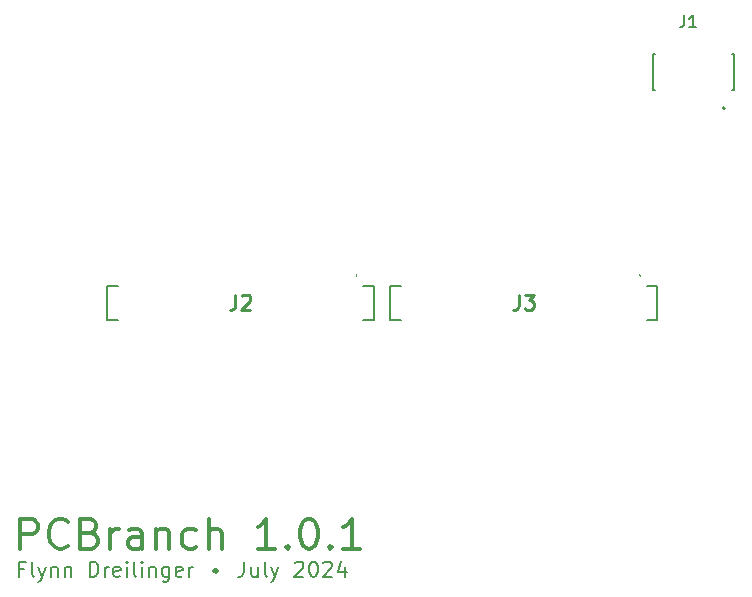
<source format=gbr>
%TF.GenerationSoftware,KiCad,Pcbnew,8.0.4*%
%TF.CreationDate,2024-07-26T01:58:29-07:00*%
%TF.ProjectId,PCBranch,50434272-616e-4636-982e-6b696361645f,rev?*%
%TF.SameCoordinates,Original*%
%TF.FileFunction,Legend,Top*%
%TF.FilePolarity,Positive*%
%FSLAX46Y46*%
G04 Gerber Fmt 4.6, Leading zero omitted, Abs format (unit mm)*
G04 Created by KiCad (PCBNEW 8.0.4) date 2024-07-26 01:58:29*
%MOMM*%
%LPD*%
G01*
G04 APERTURE LIST*
%ADD10C,0.200000*%
%ADD11C,0.300000*%
%ADD12C,0.254000*%
%ADD13C,0.150000*%
%ADD14C,0.100000*%
G04 APERTURE END LIST*
D10*
X14777292Y-78508938D02*
X14353958Y-78508938D01*
X14353958Y-79174176D02*
X14353958Y-77904176D01*
X14353958Y-77904176D02*
X14958720Y-77904176D01*
X15623958Y-79174176D02*
X15503006Y-79113700D01*
X15503006Y-79113700D02*
X15442529Y-78992747D01*
X15442529Y-78992747D02*
X15442529Y-77904176D01*
X15986815Y-78327509D02*
X16289196Y-79174176D01*
X16591577Y-78327509D02*
X16289196Y-79174176D01*
X16289196Y-79174176D02*
X16168244Y-79476557D01*
X16168244Y-79476557D02*
X16107767Y-79537033D01*
X16107767Y-79537033D02*
X15986815Y-79597509D01*
X17075386Y-78327509D02*
X17075386Y-79174176D01*
X17075386Y-78448461D02*
X17135863Y-78387985D01*
X17135863Y-78387985D02*
X17256815Y-78327509D01*
X17256815Y-78327509D02*
X17438244Y-78327509D01*
X17438244Y-78327509D02*
X17559196Y-78387985D01*
X17559196Y-78387985D02*
X17619672Y-78508938D01*
X17619672Y-78508938D02*
X17619672Y-79174176D01*
X18224434Y-78327509D02*
X18224434Y-79174176D01*
X18224434Y-78448461D02*
X18284911Y-78387985D01*
X18284911Y-78387985D02*
X18405863Y-78327509D01*
X18405863Y-78327509D02*
X18587292Y-78327509D01*
X18587292Y-78327509D02*
X18708244Y-78387985D01*
X18708244Y-78387985D02*
X18768720Y-78508938D01*
X18768720Y-78508938D02*
X18768720Y-79174176D01*
X20341101Y-79174176D02*
X20341101Y-77904176D01*
X20341101Y-77904176D02*
X20643482Y-77904176D01*
X20643482Y-77904176D02*
X20824911Y-77964652D01*
X20824911Y-77964652D02*
X20945863Y-78085604D01*
X20945863Y-78085604D02*
X21006340Y-78206557D01*
X21006340Y-78206557D02*
X21066816Y-78448461D01*
X21066816Y-78448461D02*
X21066816Y-78629890D01*
X21066816Y-78629890D02*
X21006340Y-78871795D01*
X21006340Y-78871795D02*
X20945863Y-78992747D01*
X20945863Y-78992747D02*
X20824911Y-79113700D01*
X20824911Y-79113700D02*
X20643482Y-79174176D01*
X20643482Y-79174176D02*
X20341101Y-79174176D01*
X21611101Y-79174176D02*
X21611101Y-78327509D01*
X21611101Y-78569414D02*
X21671578Y-78448461D01*
X21671578Y-78448461D02*
X21732054Y-78387985D01*
X21732054Y-78387985D02*
X21853006Y-78327509D01*
X21853006Y-78327509D02*
X21973959Y-78327509D01*
X22881101Y-79113700D02*
X22760149Y-79174176D01*
X22760149Y-79174176D02*
X22518244Y-79174176D01*
X22518244Y-79174176D02*
X22397291Y-79113700D01*
X22397291Y-79113700D02*
X22336815Y-78992747D01*
X22336815Y-78992747D02*
X22336815Y-78508938D01*
X22336815Y-78508938D02*
X22397291Y-78387985D01*
X22397291Y-78387985D02*
X22518244Y-78327509D01*
X22518244Y-78327509D02*
X22760149Y-78327509D01*
X22760149Y-78327509D02*
X22881101Y-78387985D01*
X22881101Y-78387985D02*
X22941577Y-78508938D01*
X22941577Y-78508938D02*
X22941577Y-78629890D01*
X22941577Y-78629890D02*
X22336815Y-78750842D01*
X23485862Y-79174176D02*
X23485862Y-78327509D01*
X23485862Y-77904176D02*
X23425386Y-77964652D01*
X23425386Y-77964652D02*
X23485862Y-78025128D01*
X23485862Y-78025128D02*
X23546339Y-77964652D01*
X23546339Y-77964652D02*
X23485862Y-77904176D01*
X23485862Y-77904176D02*
X23485862Y-78025128D01*
X24272053Y-79174176D02*
X24151101Y-79113700D01*
X24151101Y-79113700D02*
X24090624Y-78992747D01*
X24090624Y-78992747D02*
X24090624Y-77904176D01*
X24755862Y-79174176D02*
X24755862Y-78327509D01*
X24755862Y-77904176D02*
X24695386Y-77964652D01*
X24695386Y-77964652D02*
X24755862Y-78025128D01*
X24755862Y-78025128D02*
X24816339Y-77964652D01*
X24816339Y-77964652D02*
X24755862Y-77904176D01*
X24755862Y-77904176D02*
X24755862Y-78025128D01*
X25360624Y-78327509D02*
X25360624Y-79174176D01*
X25360624Y-78448461D02*
X25421101Y-78387985D01*
X25421101Y-78387985D02*
X25542053Y-78327509D01*
X25542053Y-78327509D02*
X25723482Y-78327509D01*
X25723482Y-78327509D02*
X25844434Y-78387985D01*
X25844434Y-78387985D02*
X25904910Y-78508938D01*
X25904910Y-78508938D02*
X25904910Y-79174176D01*
X27053958Y-78327509D02*
X27053958Y-79355604D01*
X27053958Y-79355604D02*
X26993482Y-79476557D01*
X26993482Y-79476557D02*
X26933006Y-79537033D01*
X26933006Y-79537033D02*
X26812053Y-79597509D01*
X26812053Y-79597509D02*
X26630625Y-79597509D01*
X26630625Y-79597509D02*
X26509672Y-79537033D01*
X27053958Y-79113700D02*
X26933006Y-79174176D01*
X26933006Y-79174176D02*
X26691101Y-79174176D01*
X26691101Y-79174176D02*
X26570149Y-79113700D01*
X26570149Y-79113700D02*
X26509672Y-79053223D01*
X26509672Y-79053223D02*
X26449196Y-78932271D01*
X26449196Y-78932271D02*
X26449196Y-78569414D01*
X26449196Y-78569414D02*
X26509672Y-78448461D01*
X26509672Y-78448461D02*
X26570149Y-78387985D01*
X26570149Y-78387985D02*
X26691101Y-78327509D01*
X26691101Y-78327509D02*
X26933006Y-78327509D01*
X26933006Y-78327509D02*
X27053958Y-78387985D01*
X28142530Y-79113700D02*
X28021578Y-79174176D01*
X28021578Y-79174176D02*
X27779673Y-79174176D01*
X27779673Y-79174176D02*
X27658720Y-79113700D01*
X27658720Y-79113700D02*
X27598244Y-78992747D01*
X27598244Y-78992747D02*
X27598244Y-78508938D01*
X27598244Y-78508938D02*
X27658720Y-78387985D01*
X27658720Y-78387985D02*
X27779673Y-78327509D01*
X27779673Y-78327509D02*
X28021578Y-78327509D01*
X28021578Y-78327509D02*
X28142530Y-78387985D01*
X28142530Y-78387985D02*
X28203006Y-78508938D01*
X28203006Y-78508938D02*
X28203006Y-78629890D01*
X28203006Y-78629890D02*
X27598244Y-78750842D01*
X28747291Y-79174176D02*
X28747291Y-78327509D01*
X28747291Y-78569414D02*
X28807768Y-78448461D01*
X28807768Y-78448461D02*
X28868244Y-78387985D01*
X28868244Y-78387985D02*
X28989196Y-78327509D01*
X28989196Y-78327509D02*
X29110149Y-78327509D01*
X30863958Y-78569414D02*
X30863958Y-78811319D01*
X30924434Y-78811319D02*
X30924434Y-78569414D01*
X30984910Y-78508938D02*
X30984910Y-78871795D01*
X31045386Y-78811319D02*
X31045386Y-78569414D01*
X31105862Y-78569414D02*
X31105862Y-78811319D01*
X30863958Y-78750842D02*
X30984910Y-78871795D01*
X30984910Y-78871795D02*
X31105862Y-78750842D01*
X30863958Y-78629890D02*
X30984910Y-78508938D01*
X30984910Y-78508938D02*
X31105862Y-78629890D01*
X30863958Y-78569414D02*
X30984910Y-78508938D01*
X30984910Y-78508938D02*
X31105862Y-78569414D01*
X31105862Y-78569414D02*
X31166339Y-78690366D01*
X31166339Y-78690366D02*
X31105862Y-78811319D01*
X31105862Y-78811319D02*
X30984910Y-78871795D01*
X30984910Y-78871795D02*
X30863958Y-78811319D01*
X30863958Y-78811319D02*
X30803481Y-78690366D01*
X30803481Y-78690366D02*
X30863958Y-78569414D01*
X33403958Y-77904176D02*
X33403958Y-78811319D01*
X33403958Y-78811319D02*
X33343481Y-78992747D01*
X33343481Y-78992747D02*
X33222529Y-79113700D01*
X33222529Y-79113700D02*
X33041100Y-79174176D01*
X33041100Y-79174176D02*
X32920148Y-79174176D01*
X34553005Y-78327509D02*
X34553005Y-79174176D01*
X34008719Y-78327509D02*
X34008719Y-78992747D01*
X34008719Y-78992747D02*
X34069196Y-79113700D01*
X34069196Y-79113700D02*
X34190148Y-79174176D01*
X34190148Y-79174176D02*
X34371577Y-79174176D01*
X34371577Y-79174176D02*
X34492529Y-79113700D01*
X34492529Y-79113700D02*
X34553005Y-79053223D01*
X35339196Y-79174176D02*
X35218244Y-79113700D01*
X35218244Y-79113700D02*
X35157767Y-78992747D01*
X35157767Y-78992747D02*
X35157767Y-77904176D01*
X35702053Y-78327509D02*
X36004434Y-79174176D01*
X36306815Y-78327509D02*
X36004434Y-79174176D01*
X36004434Y-79174176D02*
X35883482Y-79476557D01*
X35883482Y-79476557D02*
X35823005Y-79537033D01*
X35823005Y-79537033D02*
X35702053Y-79597509D01*
X37697767Y-78025128D02*
X37758243Y-77964652D01*
X37758243Y-77964652D02*
X37879196Y-77904176D01*
X37879196Y-77904176D02*
X38181577Y-77904176D01*
X38181577Y-77904176D02*
X38302529Y-77964652D01*
X38302529Y-77964652D02*
X38363005Y-78025128D01*
X38363005Y-78025128D02*
X38423482Y-78146080D01*
X38423482Y-78146080D02*
X38423482Y-78267033D01*
X38423482Y-78267033D02*
X38363005Y-78448461D01*
X38363005Y-78448461D02*
X37637291Y-79174176D01*
X37637291Y-79174176D02*
X38423482Y-79174176D01*
X39209672Y-77904176D02*
X39330625Y-77904176D01*
X39330625Y-77904176D02*
X39451577Y-77964652D01*
X39451577Y-77964652D02*
X39512053Y-78025128D01*
X39512053Y-78025128D02*
X39572529Y-78146080D01*
X39572529Y-78146080D02*
X39633006Y-78387985D01*
X39633006Y-78387985D02*
X39633006Y-78690366D01*
X39633006Y-78690366D02*
X39572529Y-78932271D01*
X39572529Y-78932271D02*
X39512053Y-79053223D01*
X39512053Y-79053223D02*
X39451577Y-79113700D01*
X39451577Y-79113700D02*
X39330625Y-79174176D01*
X39330625Y-79174176D02*
X39209672Y-79174176D01*
X39209672Y-79174176D02*
X39088720Y-79113700D01*
X39088720Y-79113700D02*
X39028244Y-79053223D01*
X39028244Y-79053223D02*
X38967767Y-78932271D01*
X38967767Y-78932271D02*
X38907291Y-78690366D01*
X38907291Y-78690366D02*
X38907291Y-78387985D01*
X38907291Y-78387985D02*
X38967767Y-78146080D01*
X38967767Y-78146080D02*
X39028244Y-78025128D01*
X39028244Y-78025128D02*
X39088720Y-77964652D01*
X39088720Y-77964652D02*
X39209672Y-77904176D01*
X40116815Y-78025128D02*
X40177291Y-77964652D01*
X40177291Y-77964652D02*
X40298244Y-77904176D01*
X40298244Y-77904176D02*
X40600625Y-77904176D01*
X40600625Y-77904176D02*
X40721577Y-77964652D01*
X40721577Y-77964652D02*
X40782053Y-78025128D01*
X40782053Y-78025128D02*
X40842530Y-78146080D01*
X40842530Y-78146080D02*
X40842530Y-78267033D01*
X40842530Y-78267033D02*
X40782053Y-78448461D01*
X40782053Y-78448461D02*
X40056339Y-79174176D01*
X40056339Y-79174176D02*
X40842530Y-79174176D01*
X41931101Y-78327509D02*
X41931101Y-79174176D01*
X41628720Y-77843700D02*
X41326339Y-78750842D01*
X41326339Y-78750842D02*
X42112530Y-78750842D01*
D11*
X14462129Y-76813552D02*
X14462129Y-74273552D01*
X14462129Y-74273552D02*
X15429748Y-74273552D01*
X15429748Y-74273552D02*
X15671653Y-74394504D01*
X15671653Y-74394504D02*
X15792606Y-74515457D01*
X15792606Y-74515457D02*
X15913558Y-74757361D01*
X15913558Y-74757361D02*
X15913558Y-75120219D01*
X15913558Y-75120219D02*
X15792606Y-75362123D01*
X15792606Y-75362123D02*
X15671653Y-75483076D01*
X15671653Y-75483076D02*
X15429748Y-75604028D01*
X15429748Y-75604028D02*
X14462129Y-75604028D01*
X18453558Y-76571647D02*
X18332606Y-76692600D01*
X18332606Y-76692600D02*
X17969748Y-76813552D01*
X17969748Y-76813552D02*
X17727844Y-76813552D01*
X17727844Y-76813552D02*
X17364987Y-76692600D01*
X17364987Y-76692600D02*
X17123082Y-76450695D01*
X17123082Y-76450695D02*
X17002129Y-76208790D01*
X17002129Y-76208790D02*
X16881177Y-75724980D01*
X16881177Y-75724980D02*
X16881177Y-75362123D01*
X16881177Y-75362123D02*
X17002129Y-74878314D01*
X17002129Y-74878314D02*
X17123082Y-74636409D01*
X17123082Y-74636409D02*
X17364987Y-74394504D01*
X17364987Y-74394504D02*
X17727844Y-74273552D01*
X17727844Y-74273552D02*
X17969748Y-74273552D01*
X17969748Y-74273552D02*
X18332606Y-74394504D01*
X18332606Y-74394504D02*
X18453558Y-74515457D01*
X20388796Y-75483076D02*
X20751653Y-75604028D01*
X20751653Y-75604028D02*
X20872606Y-75724980D01*
X20872606Y-75724980D02*
X20993558Y-75966885D01*
X20993558Y-75966885D02*
X20993558Y-76329742D01*
X20993558Y-76329742D02*
X20872606Y-76571647D01*
X20872606Y-76571647D02*
X20751653Y-76692600D01*
X20751653Y-76692600D02*
X20509748Y-76813552D01*
X20509748Y-76813552D02*
X19542129Y-76813552D01*
X19542129Y-76813552D02*
X19542129Y-74273552D01*
X19542129Y-74273552D02*
X20388796Y-74273552D01*
X20388796Y-74273552D02*
X20630701Y-74394504D01*
X20630701Y-74394504D02*
X20751653Y-74515457D01*
X20751653Y-74515457D02*
X20872606Y-74757361D01*
X20872606Y-74757361D02*
X20872606Y-74999266D01*
X20872606Y-74999266D02*
X20751653Y-75241171D01*
X20751653Y-75241171D02*
X20630701Y-75362123D01*
X20630701Y-75362123D02*
X20388796Y-75483076D01*
X20388796Y-75483076D02*
X19542129Y-75483076D01*
X22082129Y-76813552D02*
X22082129Y-75120219D01*
X22082129Y-75604028D02*
X22203082Y-75362123D01*
X22203082Y-75362123D02*
X22324034Y-75241171D01*
X22324034Y-75241171D02*
X22565939Y-75120219D01*
X22565939Y-75120219D02*
X22807844Y-75120219D01*
X24743082Y-76813552D02*
X24743082Y-75483076D01*
X24743082Y-75483076D02*
X24622129Y-75241171D01*
X24622129Y-75241171D02*
X24380225Y-75120219D01*
X24380225Y-75120219D02*
X23896415Y-75120219D01*
X23896415Y-75120219D02*
X23654510Y-75241171D01*
X24743082Y-76692600D02*
X24501177Y-76813552D01*
X24501177Y-76813552D02*
X23896415Y-76813552D01*
X23896415Y-76813552D02*
X23654510Y-76692600D01*
X23654510Y-76692600D02*
X23533558Y-76450695D01*
X23533558Y-76450695D02*
X23533558Y-76208790D01*
X23533558Y-76208790D02*
X23654510Y-75966885D01*
X23654510Y-75966885D02*
X23896415Y-75845933D01*
X23896415Y-75845933D02*
X24501177Y-75845933D01*
X24501177Y-75845933D02*
X24743082Y-75724980D01*
X25952605Y-75120219D02*
X25952605Y-76813552D01*
X25952605Y-75362123D02*
X26073558Y-75241171D01*
X26073558Y-75241171D02*
X26315463Y-75120219D01*
X26315463Y-75120219D02*
X26678320Y-75120219D01*
X26678320Y-75120219D02*
X26920224Y-75241171D01*
X26920224Y-75241171D02*
X27041177Y-75483076D01*
X27041177Y-75483076D02*
X27041177Y-76813552D01*
X29339272Y-76692600D02*
X29097367Y-76813552D01*
X29097367Y-76813552D02*
X28613558Y-76813552D01*
X28613558Y-76813552D02*
X28371653Y-76692600D01*
X28371653Y-76692600D02*
X28250700Y-76571647D01*
X28250700Y-76571647D02*
X28129748Y-76329742D01*
X28129748Y-76329742D02*
X28129748Y-75604028D01*
X28129748Y-75604028D02*
X28250700Y-75362123D01*
X28250700Y-75362123D02*
X28371653Y-75241171D01*
X28371653Y-75241171D02*
X28613558Y-75120219D01*
X28613558Y-75120219D02*
X29097367Y-75120219D01*
X29097367Y-75120219D02*
X29339272Y-75241171D01*
X30427843Y-76813552D02*
X30427843Y-74273552D01*
X31516415Y-76813552D02*
X31516415Y-75483076D01*
X31516415Y-75483076D02*
X31395462Y-75241171D01*
X31395462Y-75241171D02*
X31153558Y-75120219D01*
X31153558Y-75120219D02*
X30790701Y-75120219D01*
X30790701Y-75120219D02*
X30548796Y-75241171D01*
X30548796Y-75241171D02*
X30427843Y-75362123D01*
X35991653Y-76813552D02*
X34540224Y-76813552D01*
X35265938Y-76813552D02*
X35265938Y-74273552D01*
X35265938Y-74273552D02*
X35024034Y-74636409D01*
X35024034Y-74636409D02*
X34782129Y-74878314D01*
X34782129Y-74878314D02*
X34540224Y-74999266D01*
X37080224Y-76571647D02*
X37201177Y-76692600D01*
X37201177Y-76692600D02*
X37080224Y-76813552D01*
X37080224Y-76813552D02*
X36959272Y-76692600D01*
X36959272Y-76692600D02*
X37080224Y-76571647D01*
X37080224Y-76571647D02*
X37080224Y-76813552D01*
X38773558Y-74273552D02*
X39015463Y-74273552D01*
X39015463Y-74273552D02*
X39257367Y-74394504D01*
X39257367Y-74394504D02*
X39378320Y-74515457D01*
X39378320Y-74515457D02*
X39499272Y-74757361D01*
X39499272Y-74757361D02*
X39620225Y-75241171D01*
X39620225Y-75241171D02*
X39620225Y-75845933D01*
X39620225Y-75845933D02*
X39499272Y-76329742D01*
X39499272Y-76329742D02*
X39378320Y-76571647D01*
X39378320Y-76571647D02*
X39257367Y-76692600D01*
X39257367Y-76692600D02*
X39015463Y-76813552D01*
X39015463Y-76813552D02*
X38773558Y-76813552D01*
X38773558Y-76813552D02*
X38531653Y-76692600D01*
X38531653Y-76692600D02*
X38410701Y-76571647D01*
X38410701Y-76571647D02*
X38289748Y-76329742D01*
X38289748Y-76329742D02*
X38168796Y-75845933D01*
X38168796Y-75845933D02*
X38168796Y-75241171D01*
X38168796Y-75241171D02*
X38289748Y-74757361D01*
X38289748Y-74757361D02*
X38410701Y-74515457D01*
X38410701Y-74515457D02*
X38531653Y-74394504D01*
X38531653Y-74394504D02*
X38773558Y-74273552D01*
X40708796Y-76571647D02*
X40829749Y-76692600D01*
X40829749Y-76692600D02*
X40708796Y-76813552D01*
X40708796Y-76813552D02*
X40587844Y-76692600D01*
X40587844Y-76692600D02*
X40708796Y-76571647D01*
X40708796Y-76571647D02*
X40708796Y-76813552D01*
X43248797Y-76813552D02*
X41797368Y-76813552D01*
X42523082Y-76813552D02*
X42523082Y-74273552D01*
X42523082Y-74273552D02*
X42281178Y-74636409D01*
X42281178Y-74636409D02*
X42039273Y-74878314D01*
X42039273Y-74878314D02*
X41797368Y-74999266D01*
D12*
X32661667Y-55304318D02*
X32661667Y-56211461D01*
X32661667Y-56211461D02*
X32601190Y-56392889D01*
X32601190Y-56392889D02*
X32480238Y-56513842D01*
X32480238Y-56513842D02*
X32298809Y-56574318D01*
X32298809Y-56574318D02*
X32177857Y-56574318D01*
X33205952Y-55425270D02*
X33266428Y-55364794D01*
X33266428Y-55364794D02*
X33387381Y-55304318D01*
X33387381Y-55304318D02*
X33689762Y-55304318D01*
X33689762Y-55304318D02*
X33810714Y-55364794D01*
X33810714Y-55364794D02*
X33871190Y-55425270D01*
X33871190Y-55425270D02*
X33931667Y-55546222D01*
X33931667Y-55546222D02*
X33931667Y-55667175D01*
X33931667Y-55667175D02*
X33871190Y-55848603D01*
X33871190Y-55848603D02*
X33145476Y-56574318D01*
X33145476Y-56574318D02*
X33931667Y-56574318D01*
X56661667Y-55304318D02*
X56661667Y-56211461D01*
X56661667Y-56211461D02*
X56601190Y-56392889D01*
X56601190Y-56392889D02*
X56480238Y-56513842D01*
X56480238Y-56513842D02*
X56298809Y-56574318D01*
X56298809Y-56574318D02*
X56177857Y-56574318D01*
X57145476Y-55304318D02*
X57931667Y-55304318D01*
X57931667Y-55304318D02*
X57508333Y-55788127D01*
X57508333Y-55788127D02*
X57689762Y-55788127D01*
X57689762Y-55788127D02*
X57810714Y-55848603D01*
X57810714Y-55848603D02*
X57871190Y-55909080D01*
X57871190Y-55909080D02*
X57931667Y-56030032D01*
X57931667Y-56030032D02*
X57931667Y-56332413D01*
X57931667Y-56332413D02*
X57871190Y-56453365D01*
X57871190Y-56453365D02*
X57810714Y-56513842D01*
X57810714Y-56513842D02*
X57689762Y-56574318D01*
X57689762Y-56574318D02*
X57326905Y-56574318D01*
X57326905Y-56574318D02*
X57205952Y-56513842D01*
X57205952Y-56513842D02*
X57145476Y-56453365D01*
D13*
X70656666Y-31651819D02*
X70656666Y-32366104D01*
X70656666Y-32366104D02*
X70609047Y-32508961D01*
X70609047Y-32508961D02*
X70513809Y-32604200D01*
X70513809Y-32604200D02*
X70370952Y-32651819D01*
X70370952Y-32651819D02*
X70275714Y-32651819D01*
X71656666Y-32651819D02*
X71085238Y-32651819D01*
X71370952Y-32651819D02*
X71370952Y-31651819D01*
X71370952Y-31651819D02*
X71275714Y-31794676D01*
X71275714Y-31794676D02*
X71180476Y-31889914D01*
X71180476Y-31889914D02*
X71085238Y-31937533D01*
D10*
%TO.C,J2*%
X44385000Y-57470000D02*
X44385000Y-54530000D01*
X44385000Y-54530000D02*
X43485000Y-54530000D01*
X43485000Y-57470000D02*
X44385000Y-57470000D01*
D14*
X42885000Y-53700000D02*
X42885000Y-53700000D01*
X42885000Y-53600000D02*
X42885000Y-53600000D01*
D10*
X22685000Y-54530000D02*
X21785000Y-54530000D01*
X21785000Y-57470000D02*
X22685000Y-57470000D01*
X21785000Y-54530000D02*
X21785000Y-57470000D01*
D14*
X42885000Y-53700000D02*
G75*
G02*
X42885000Y-53600000I0J50000D01*
G01*
X42885000Y-53600000D02*
G75*
G02*
X42885000Y-53700000I0J-50000D01*
G01*
D10*
%TO.C,J3*%
X68385000Y-57470000D02*
X68385000Y-54530000D01*
X68385000Y-54530000D02*
X67485000Y-54530000D01*
X67485000Y-57470000D02*
X68385000Y-57470000D01*
D14*
X66885000Y-53700000D02*
X66885000Y-53700000D01*
X66885000Y-53600000D02*
X66885000Y-53600000D01*
D10*
X46685000Y-54530000D02*
X45785000Y-54530000D01*
X45785000Y-57470000D02*
X46685000Y-57470000D01*
X45785000Y-54530000D02*
X45785000Y-57470000D01*
D14*
X66885000Y-53700000D02*
G75*
G02*
X66885000Y-53600000I0J50000D01*
G01*
X66885000Y-53600000D02*
G75*
G02*
X66885000Y-53700000I0J-50000D01*
G01*
D10*
%TO.C,J1*%
X68065000Y-34907000D02*
X68195000Y-34907000D01*
X68065000Y-37957000D02*
X68065000Y-34907000D01*
X68195000Y-37957000D02*
X68065000Y-37957000D01*
X74715000Y-34907000D02*
X74845000Y-34907000D01*
X74845000Y-34907000D02*
X74845000Y-37957000D01*
X74845000Y-37957000D02*
X74715000Y-37957000D01*
X74095000Y-39528000D02*
G75*
G02*
X73895000Y-39528000I-100000J0D01*
G01*
X73895000Y-39528000D02*
G75*
G02*
X74095000Y-39528000I100000J0D01*
G01*
%TD*%
M02*

</source>
